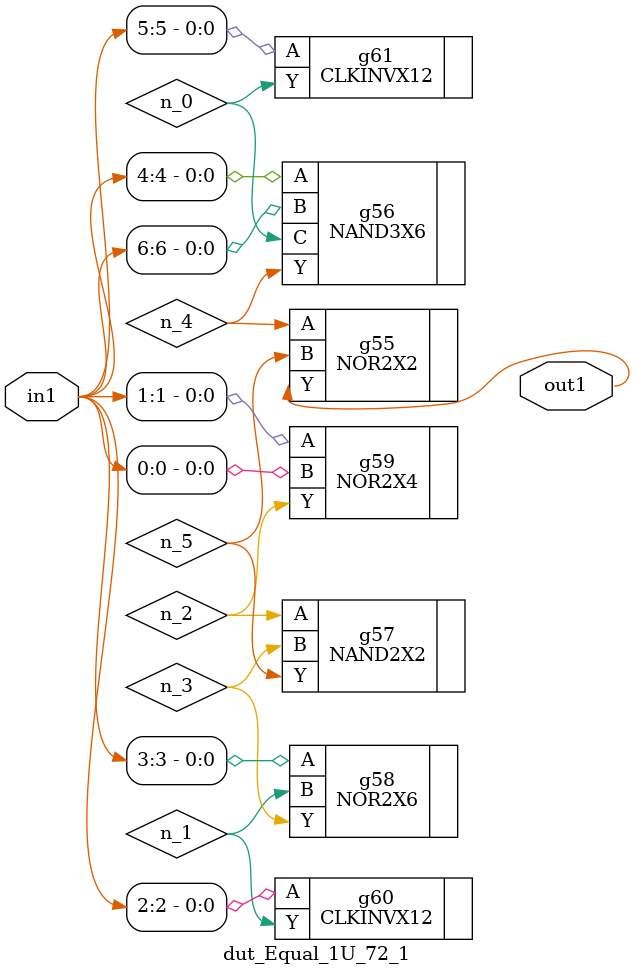
<source format=v>
`timescale 1ps / 1ps


module dut_Equal_1U_72_1(in1, out1);
  input [6:0] in1;
  output out1;
  wire [6:0] in1;
  wire out1;
  wire n_0, n_1, n_2, n_3, n_4, n_5;
  NOR2X2 g55(.A (n_4), .B (n_5), .Y (out1));
  NAND2X2 g57(.A (n_2), .B (n_3), .Y (n_5));
  NAND3X6 g56(.A (in1[4]), .B (in1[6]), .C (n_0), .Y (n_4));
  NOR2X6 g58(.A (in1[3]), .B (n_1), .Y (n_3));
  NOR2X4 g59(.A (in1[1]), .B (in1[0]), .Y (n_2));
  CLKINVX12 g60(.A (in1[2]), .Y (n_1));
  CLKINVX12 g61(.A (in1[5]), .Y (n_0));
endmodule



</source>
